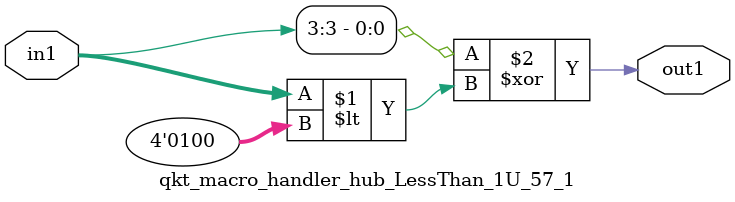
<source format=v>

`timescale 1ps / 1ps


module qkt_macro_handler_hub_LessThan_1U_57_1( in1, out1 );

    input [3:0] in1;
    output out1;

    
    // rtl_process:qkt_macro_handler_hub_LessThan_1U_57_1/qkt_macro_handler_hub_LessThan_1U_57_1_thread_1
    assign out1 = (in1[3] ^ in1 < 4'd04);

endmodule



</source>
